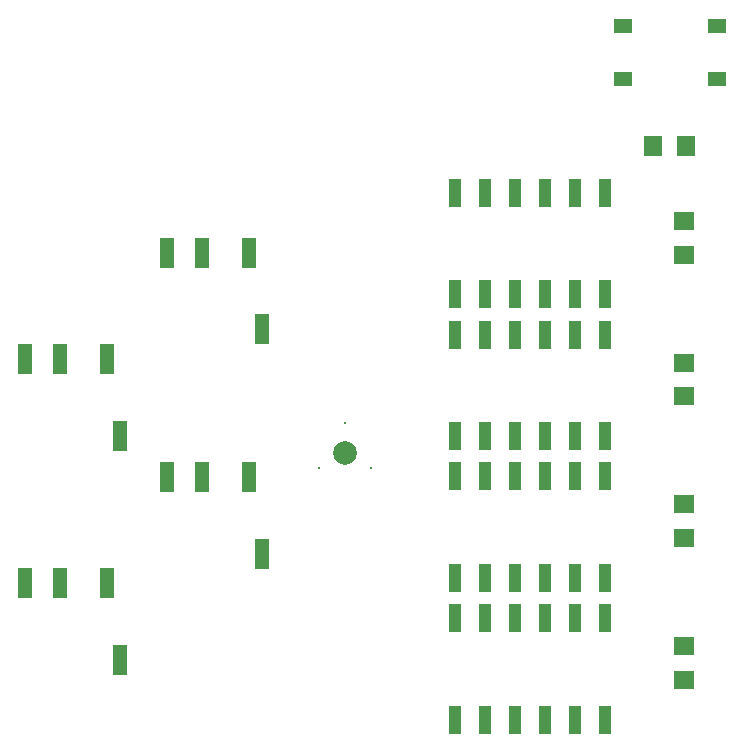
<source format=gbr>
G04 EAGLE Gerber RS-274X export*
G75*
%MOMM*%
%FSLAX34Y34*%
%LPD*%
%INSolderpaste Top*%
%IPPOS*%
%AMOC8*
5,1,8,0,0,1.08239X$1,22.5*%
G01*
%ADD10R,1.600000X1.803000*%
%ADD11R,1.550000X1.300000*%
%ADD12R,1.200000X2.500000*%
%ADD13R,1.130000X2.440000*%
%ADD14R,1.803000X1.600000*%
%ADD15C,0.254000*%
%ADD16C,2.000000*%


D10*
X683780Y663000D03*
X712220Y663000D03*
D11*
X737750Y764500D03*
X658250Y764500D03*
X737750Y719500D03*
X658250Y719500D03*
D12*
X222000Y292500D03*
X233000Y227500D03*
X182000Y292500D03*
X152000Y292500D03*
X342000Y382500D03*
X353000Y317500D03*
X302000Y382500D03*
X272000Y382500D03*
X222000Y482500D03*
X233000Y417500D03*
X182000Y482500D03*
X152000Y482500D03*
X342000Y572500D03*
X353000Y507500D03*
X302000Y572500D03*
X272000Y572500D03*
D13*
X643500Y623000D03*
X618100Y623000D03*
X592700Y623000D03*
X567300Y623000D03*
X541900Y623000D03*
X516500Y623000D03*
X516500Y537000D03*
X541900Y537000D03*
X567300Y537000D03*
X592700Y537000D03*
X618100Y537000D03*
X643500Y537000D03*
X643500Y503000D03*
X618100Y503000D03*
X592700Y503000D03*
X567300Y503000D03*
X541900Y503000D03*
X516500Y503000D03*
X516500Y417000D03*
X541900Y417000D03*
X567300Y417000D03*
X592700Y417000D03*
X618100Y417000D03*
X643500Y417000D03*
X643500Y383000D03*
X618100Y383000D03*
X592700Y383000D03*
X567300Y383000D03*
X541900Y383000D03*
X516500Y383000D03*
X516500Y297000D03*
X541900Y297000D03*
X567300Y297000D03*
X592700Y297000D03*
X618100Y297000D03*
X643500Y297000D03*
X643500Y263000D03*
X618100Y263000D03*
X592700Y263000D03*
X567300Y263000D03*
X541900Y263000D03*
X516500Y263000D03*
X516500Y177000D03*
X541900Y177000D03*
X567300Y177000D03*
X592700Y177000D03*
X618100Y177000D03*
X643500Y177000D03*
D14*
X710000Y570780D03*
X710000Y599220D03*
X710000Y450780D03*
X710000Y479220D03*
X710000Y330780D03*
X710000Y359220D03*
X710000Y210780D03*
X710000Y239220D03*
D15*
X423003Y428000D03*
X445000Y389900D03*
X401006Y389900D03*
D16*
X423003Y402600D03*
M02*

</source>
